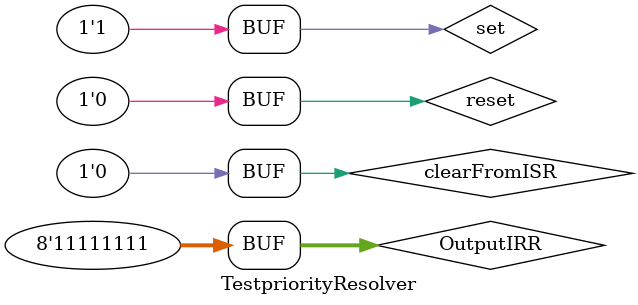
<source format=v>
module TestpriorityResolver;
reg [7:0] OutputIRR;
reg  clearFromISR;
reg set;
reg reset;
wire [2:0]  Outputchosen_interrupt;

  Priority_Resolver B (.IRR(OutputIRR),.clear(clearFromISR),.set(set),.reset(reset),
 .chosen_interrupt(Outputchosen_interrupt));
 
 initial begin
   OutputIRR = 8'b0000_0000;
   set=0;
   reset=0;
   
   // testing out without rotation
  #5 OutputIRR = 8'b1000_0000;
  #5 clearFromISR=1;
  #5 clearFromISR=0;
  #5 OutputIRR = 8'b1100_0000;
    #5 clearFromISR=1;
  #5 clearFromISR=0;
  #5 OutputIRR = 8'b1110_0000;
    #5 clearFromISR=1;
  #5 clearFromISR=0;
  #5 OutputIRR = 8'b1111_0000;
    #5 clearFromISR=1;
  #5 clearFromISR=0;
  #5 OutputIRR = 8'b1111_1000;
    #5 clearFromISR=1;
  #5 clearFromISR=0;
  #5 OutputIRR = 8'b1111_1100;
    #5 clearFromISR=1;
  #5 clearFromISR=0;
  #5 OutputIRR = 8'b1111_1110;
    #5 clearFromISR=1;
  #5 clearFromISR=0;
  #5 OutputIRR = 8'b1111_1111;
    #5 clearFromISR=1;
  #5 clearFromISR=0;
  
  //with rotation
  set=1;
  #5 OutputIRR = 8'b0000_0000;
  #5 OutputIRR = 8'b1111_1111;
  #5 clearFromISR=1;
  #5 clearFromISR=0;
  #5 OutputIRR = 8'b0000_0000;
  #5 OutputIRR = 8'b1111_1111;
  #5 clearFromISR=1;
  #5 clearFromISR=0;
  
  
   
   
   
   
   
   
   
 end
endmodule


</source>
